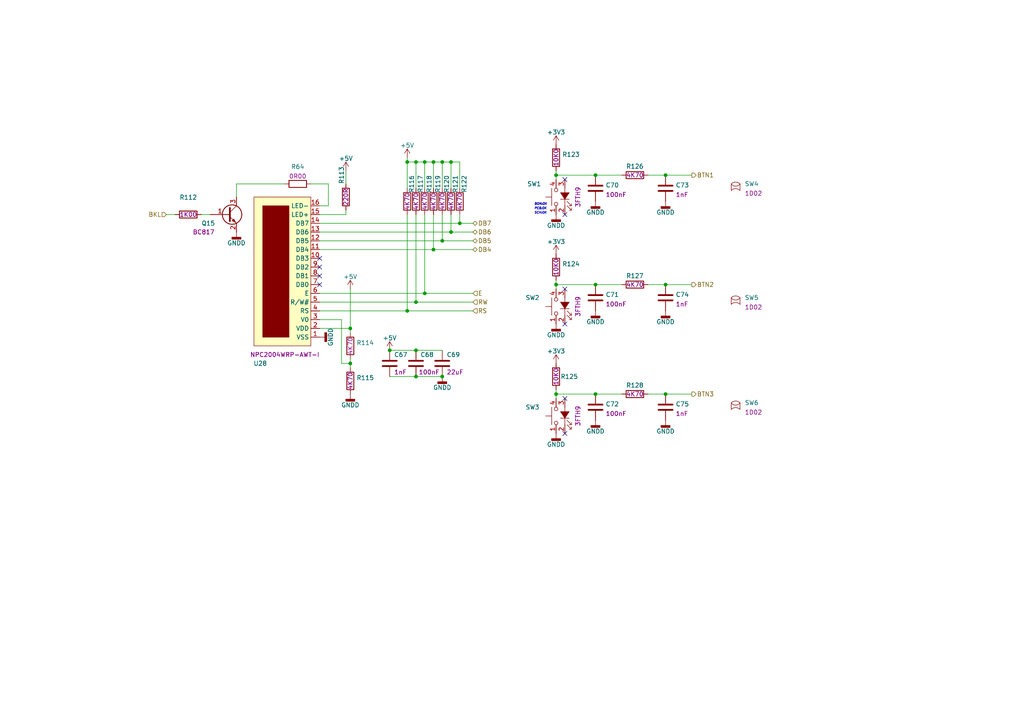
<source format=kicad_sch>
(kicad_sch (version 20211123) (generator eeschema)
  (paper "A4")
  (title_block (date "2022-03-07") (rev "V00") (company "Konvolúció Bt") (comment 1 "email: marrob50hz@gmail.com") (comment 2 "Tel: +36702776723") (comment 3 "https://github.com/marrob") (comment 4 "Support: "))
  (lib_symbols
    (symbol "CustomPowers:+3V3" (power) (pin_names (offset 0))
      (property "Value" "+3V3" (at 0 3.556 0))
      (symbol "+3V3_0_1"
        (polyline (pts (xy -0.762 1.27) (xy 0 2.54)))
        (polyline (pts (xy 0 0) (xy 0 2.54)))
        (polyline (pts (xy 0 2.54) (xy 0.762 1.27)))
      )
      (symbol "+3V3_1_1"
        (pin power_in line (at 0 0 90) (length 0) hide (name "+3V3") (number "1"))
      )
    )
    (symbol "CustomPowers:+5V" (power) (pin_names (offset 0))
      (property "Value" "+5V" (at 0 3.556 0))
      (symbol "+5V_0_1"
        (polyline (pts (xy -0.762 1.27) (xy 0 2.54)))
        (polyline (pts (xy 0 0) (xy 0 2.54)))
        (polyline (pts (xy 0 2.54) (xy 0.762 1.27)))
      )
      (symbol "+5V_1_1"
        (pin power_in line (at 0 0 90) (length 0) hide (name "+5V") (number "1"))
      )
    )
    (symbol "CustomPowers:GNDD" (power) (pin_names (offset 0))
      (property "Value" "GNDD" (at 0 -3.175 0))
      (symbol "GNDD_0_1"
        (rectangle (start -1.27 -1.524) (end 1.27 -2.032) (stroke (width 0.254)) (fill (type outline)))
        (polyline (pts (xy 0 0) (xy 0 -1.524)))
      )
      (symbol "GNDD_1_1"
        (pin power_in line (at 0 0 270) (length 0) hide (name "GNDD") (number "1"))
      )
    )
    (symbol "Moduls:Display NPC2004WRP-AWT-I"
      (property "Reference" "U" (at -19.05 12.7 0))
      (property "Comment" "NPC2004WRP-AWT-I" (at -10.16 10.16 0))
      (symbol "Display NPC2004WRP-AWT-I_0_1"
        (rectangle (start 17.78 -1.27) (end 17.78 -1.27) (stroke (width 0.1524)))
        (rectangle (start 17.78 -1.27) (end 17.78 -1.27) (stroke (width 0.1524)))
        (rectangle (start 20.32 -1.27) (end -17.78 6.35) (stroke (width 0.1524)) (fill (type outline)))
        (rectangle (start 22.86 -7.62) (end -20.32 8.89) (stroke (width 0.1524)) (fill (type background)))
      )
      (symbol "Display NPC2004WRP-AWT-I_1_1"
        (pin power_in line (at -17.78 -10.16 90) (length 2.54) (name "VSS") (number "1"))
        (pin bidirectional line (at 5.08 -10.16 90) (length 2.54) (name "DB3") (number "10"))
        (pin bidirectional line (at 7.62 -10.16 90) (length 2.54) (name "DB4") (number "11"))
        (pin bidirectional line (at 10.16 -10.16 90) (length 2.54) (name "DB5") (number "12"))
        (pin bidirectional line (at 12.7 -10.16 90) (length 2.54) (name "DB6") (number "13"))
        (pin bidirectional line (at 15.24 -10.16 90) (length 2.54) (name "DB7") (number "14"))
        (pin power_in line (at 17.78 -10.16 90) (length 2.54) (name "LED+") (number "15"))
        (pin power_in line (at 20.32 -10.16 90) (length 2.54) (name "LED-") (number "16"))
        (pin power_in line (at -15.24 -10.16 90) (length 2.54) (name "VDD") (number "2"))
        (pin passive line (at -12.7 -10.16 90) (length 2.54) (name "V0") (number "3"))
        (pin input line (at -10.16 -10.16 90) (length 2.54) (name "RS") (number "4"))
        (pin input line (at -7.62 -10.16 90) (length 2.54) (name "R/W#") (number "5"))
        (pin input line (at -5.08 -10.16 90) (length 2.54) (name "E") (number "6"))
        (pin bidirectional line (at -2.54 -10.16 90) (length 2.54) (name "DB0") (number "7"))
        (pin bidirectional line (at 0 -10.16 90) (length 2.54) (name "DB1") (number "8"))
        (pin bidirectional line (at 2.54 -10.16 90) (length 2.54) (name "DB2") (number "9"))
      )
    )
    (symbol "Passive:Capacitator 0805 100nF 50V 10% X7R" (pin_numbers hide) (pin_names (offset 1.016))
      (property "Reference" "C" (at 3.81 1.27 0))
      (property "Comment" "100nF" (at 6.35 -1.27 0))
      (symbol "Capacitator 0805 100nF 50V 10% X7R_1_1"
        (polyline (pts (xy -2.032 -0.762) (xy 2.032 -0.762)) (stroke (width 0.508)))
        (polyline (pts (xy -2.032 0.762) (xy 2.032 0.762)) (stroke (width 0.508)))
        (pin passive line (at 0 3.81 270) (length 2.794) (name "~") (number "1"))
        (pin passive line (at 0 -3.81 90) (length 2.794) (name "~") (number "2"))
      )
    )
    (symbol "Passive:Capacitator 0805 1nF 50V 5% NP0" (pin_numbers hide) (pin_names (offset 1.016) hide)
      (property "Reference" "C" (at 0 -5.08 0))
      (property "Comment" "1nF" (at 0 -10.16 0))
      (symbol "Capacitator 0805 1nF 50V 5% NP0_1_1"
        (polyline (pts (xy -2.032 -0.762) (xy 2.032 -0.762)) (stroke (width 0.508)))
        (polyline (pts (xy -2.032 0.762) (xy 2.032 0.762)) (stroke (width 0.508)))
        (pin passive line (at 0 3.81 270) (length 2.794) (name "~") (number "1"))
        (pin passive line (at 0 -3.81 90) (length 2.794) (name "~") (number "2"))
      )
    )
    (symbol "Passive:Capacitator 0805 22uF 6.3V 20% X5R" (pin_numbers hide) (pin_names (offset 1.016) hide)
      (property "Reference" "C" (at 0 0 0))
      (property "Comment" "22uF" (at 0 0 0))
      (symbol "Capacitator 0805 22uF 6.3V 20% X5R_1_1"
        (polyline (pts (xy -2.032 -0.762) (xy 2.032 -0.762)) (stroke (width 0.508)))
        (polyline (pts (xy -2.032 0.762) (xy 2.032 0.762)) (stroke (width 0.508)))
        (pin passive line (at 0 3.81 270) (length 2.794) (name "~") (number "1"))
        (pin passive line (at 0 -3.81 90) (length 2.794) (name "~") (number "2"))
      )
    )
    (symbol "Passive:Resistor 0805 0R00" (pin_numbers hide) (pin_names (offset 1.016))
      (property "Reference" "R" (at 0 -5.08 0))
      (property "Comment" "0R00" (at 0 -10.795 0))
      (symbol "Resistor 0805 0R00_1_1"
        (rectangle (start -1.016 -2.54) (end 1.016 2.54) (stroke (width 0.254)))
        (pin passive line (at 0 3.81 270) (length 1.27) (name "~") (number "1"))
        (pin passive line (at 0 -3.81 90) (length 1.27) (name "~") (number "2"))
      )
    )
    (symbol "Passive:Resistor 0805 10K0" (pin_numbers hide) (pin_names (offset 1.016))
      (property "Reference" "R" (at 0 0 0))
      (property "Comment" "10K0" (at 0 0 0))
      (symbol "Resistor 0805 10K0_1_1"
        (rectangle (start -1.016 -2.54) (end 1.016 2.54) (stroke (width 0.254)))
        (pin passive line (at 0 3.81 270) (length 1.27) (name "~") (number "1"))
        (pin passive line (at 0 -3.81 90) (length 1.27) (name "~") (number "2"))
      )
    )
    (symbol "Passive:Resistor 0805 1K00" (pin_numbers hide) (pin_names (offset 1.016))
      (property "Reference" "R" (at 0 0 0))
      (property "Comment" "1K00" (at 0 -15.24 0))
      (symbol "Resistor 0805 1K00_1_1"
        (rectangle (start -1.016 -2.54) (end 1.016 2.54) (stroke (width 0.254)))
        (pin passive line (at 0 3.81 270) (length 1.27) (name "~") (number "1"))
        (pin passive line (at 0 -3.81 90) (length 1.27) (name "~") (number "2"))
      )
    )
    (symbol "Passive:Resistor 0805 220R" (pin_numbers hide) (pin_names (offset 1.016))
      (property "Reference" "R" (at 0 0 0))
      (property "Comment" "220R" (at 0 0 0))
      (symbol "Resistor 0805 220R_1_1"
        (rectangle (start -1.016 -2.54) (end 1.016 2.54) (stroke (width 0.254)))
        (pin passive line (at 0 3.81 270) (length 1.27) (name "~") (number "1"))
        (pin passive line (at 0 -3.81 90) (length 1.27) (name "~") (number "2"))
      )
    )
    (symbol "Passive:Resistor 0805 4K70" (pin_numbers hide) (pin_names (offset 1.016) hide)
      (property "Reference" "R" (at 0 0 0))
      (property "Comment" "4K70" (at 0 -22.86 0))
      (symbol "Resistor 0805 4K70_1_1"
        (rectangle (start -1.016 -2.54) (end 1.016 2.54) (stroke (width 0.254)))
        (pin passive line (at 0 3.81 270) (length 1.27) (name "~") (number "1"))
        (pin passive line (at 0 -3.81 90) (length 1.27) (name "~") (number "2"))
      )
    )
    (symbol "Switches:MEC 1D02" (pin_numbers hide) (pin_names (offset 1.016) hide) (on_board no)
      (property "Reference" "SW" (at -1.27 3.175 0))
      (property "Comment" "1D02" (at 0 -3.81 0))
      (symbol "MEC 1D02_0_1"
        (arc (start -1.27 1.27) (mid 0 -1.1809) (end 1.27 1.27) (stroke (width 0.1524)))
        (polyline (pts (xy -1.27 1.27) (xy -1.27 -0.635)) (stroke (width 0.1524)))
        (polyline (pts (xy 1.27 1.27) (xy 1.27 -0.635)) (stroke (width 0.1524)))
        (arc (start 1.27 -0.6351) (mid 0 2.4311) (end -1.27 -0.6351) (stroke (width 0.1524)))
        (arc (start 1.27 1.27) (mid 0 4.3362) (end -1.27 1.27) (stroke (width 0.1524)))
        (arc (start 1.905 1.27) (mid 1.905 1.27) (end 1.905 1.27) (stroke (width 0.1524)))
      )
    )
    (symbol "Switches:MEC 3FTH9" (pin_names (offset 1.016) hide)
      (property "Reference" "SW" (at 0.635 5.715 0))
      (property "Comment" "3FTH9" (at 0 -3.81 0))
      (symbol "MEC 3FTH9_0_0"
        (polyline (pts (xy -3.81 -1.905) (xy -2.54 -0.635)))
        (polyline (pts (xy -2.54 -1.905) (xy -1.27 -0.635)))
        (polyline (pts (xy -2.54 0) (xy 2.54 0)))
        (polyline (pts (xy -0.635 1.27) (xy -0.635 -1.27)))
        (polyline (pts (xy -3.81 -1.27) (xy -3.81 -1.905) (xy -3.175 -1.905)))
        (polyline (pts (xy -2.54 -1.27) (xy -2.54 -1.905) (xy -1.905 -1.905)))
        (polyline (pts (xy -0.635 0) (xy 1.27 1.27) (xy 1.27 -1.27) (xy -0.635 0)) (fill (type outline)))
      )
      (symbol "MEC 3FTH9_0_1"
        (circle (center -2.032 2.54) (radius 0.508))
        (polyline (pts (xy 0 3.81) (xy 0 5.588)))
        (polyline (pts (xy 2.54 3.81) (xy -2.54 3.81)))
        (circle (center 2.032 2.54) (radius 0.508))
        (pin passive line (at -5.08 2.54 0) (length 2.54) (name "1") (number "1"))
        (pin passive line (at -5.08 0 0) (length 2.54) (name "2") (number "2"))
        (pin passive line (at 5.08 0 180) (length 2.54) (name "K") (number "3"))
        (pin passive line (at 5.08 2.54 180) (length 2.54) (name "A") (number "4"))
      )
    )
    (symbol "Transistors:BC817" (pin_names (offset 0) hide)
      (property "Reference" "Q" (at 0 -6.35 0))
      (property "Comment" "BC817" (at 1.27 -8.255 0))
      (symbol "BC817_0_1"
        (polyline (pts (xy 0.635 0.635) (xy 2.54 2.54)))
        (polyline (pts (xy 0.635 -0.635) (xy 2.54 -2.54) (xy 2.54 -2.54)))
        (polyline (pts (xy 0.635 1.905) (xy 0.635 -1.905) (xy 0.635 -1.905)) (stroke (width 0.508)))
        (polyline (pts (xy 1.27 -1.778) (xy 1.778 -1.27) (xy 2.286 -2.286) (xy 1.27 -1.778) (xy 1.27 -1.778)) (fill (type outline)))
        (circle (center 1.27 0) (radius 2.8194) (stroke (width 0.254)))
      )
      (symbol "BC817_1_1"
        (pin input line (at -5.08 0 0) (length 5.715) (name "B") (number "1"))
        (pin passive line (at 2.54 -5.08 90) (length 2.54) (name "E") (number "2"))
        (pin passive line (at 2.54 5.08 270) (length 2.54) (name "C") (number "3"))
      )
    )
  )
  (junction (at 120.65 109.22))
  (junction (at 101.6 105.41))
  (junction (at 172.72 50.8))
  (junction (at 193.04 114.3))
  (junction (at 118.11 46.99))
  (junction (at 120.65 87.63))
  (junction (at 161.29 82.55))
  (junction (at 130.81 46.99))
  (junction (at 172.72 114.3))
  (junction (at 161.29 50.8))
  (junction (at 120.65 101.6))
  (junction (at 118.11 90.17))
  (junction (at 123.19 85.09))
  (junction (at 128.27 46.99))
  (junction (at 172.72 82.55))
  (junction (at 193.04 82.55))
  (junction (at 128.27 69.85))
  (junction (at 101.6 95.25))
  (junction (at 120.65 46.99))
  (junction (at 161.29 114.3))
  (junction (at 128.27 109.22))
  (junction (at 133.35 64.77))
  (junction (at 130.81 67.31))
  (junction (at 123.19 46.99))
  (junction (at 193.04 50.8))
  (junction (at 125.73 72.39))
  (junction (at 125.73 46.99))
  (junction (at 113.03 101.6))
  (no_connect (at 92.71 80.01))
  (no_connect (at 92.71 77.47))
  (no_connect (at 92.71 74.93))
  (no_connect (at 92.71 82.55))
  (no_connect (at 163.83 62.23))
  (no_connect (at 163.83 52.07))
  (no_connect (at 163.83 93.98))
  (no_connect (at 163.83 83.82))
  (no_connect (at 163.83 115.57))
  (no_connect (at 163.83 125.73))
  (wire (pts (xy 100.33 62.23) (xy 100.33 60.96)))
  (wire (pts (xy 101.6 105.41) (xy 101.6 106.68)))
  (wire (pts (xy 120.65 62.23) (xy 120.65 87.63)))
  (wire (pts (xy 193.04 50.8) (xy 200.66 50.8)))
  (wire (pts (xy 130.81 67.31) (xy 137.16 67.31)))
  (wire (pts (xy 92.71 62.23) (xy 100.33 62.23)))
  (wire (pts (xy 118.11 46.99) (xy 118.11 54.61)))
  (wire (pts (xy 128.27 46.99) (xy 125.73 46.99)))
  (wire (pts (xy 161.29 82.55) (xy 161.29 83.82)))
  (wire (pts (xy 118.11 45.72) (xy 118.11 46.99)))
  (wire (pts (xy 187.96 114.3) (xy 193.04 114.3)))
  (wire (pts (xy 118.11 90.17) (xy 137.16 90.17)))
  (wire (pts (xy 120.65 46.99) (xy 120.65 54.61)))
  (wire (pts (xy 125.73 46.99) (xy 125.73 54.61)))
  (wire (pts (xy 161.29 49.53) (xy 161.29 50.8)))
  (wire (pts (xy 95.25 59.69) (xy 95.25 53.34)))
  (wire (pts (xy 130.81 46.99) (xy 130.81 54.61)))
  (wire (pts (xy 92.71 92.71) (xy 99.06 92.71)))
  (wire (pts (xy 92.71 87.63) (xy 120.65 87.63)))
  (wire (pts (xy 130.81 62.23) (xy 130.81 67.31)))
  (wire (pts (xy 125.73 46.99) (xy 123.19 46.99)))
  (wire (pts (xy 120.65 101.6) (xy 128.27 101.6)))
  (wire (pts (xy 133.35 62.23) (xy 133.35 64.77)))
  (wire (pts (xy 99.06 105.41) (xy 101.6 105.41)))
  (wire (pts (xy 92.71 69.85) (xy 128.27 69.85)))
  (wire (pts (xy 113.03 109.22) (xy 120.65 109.22)))
  (wire (pts (xy 113.03 101.6) (xy 120.65 101.6)))
  (wire (pts (xy 101.6 105.41) (xy 101.6 104.14)))
  (wire (pts (xy 187.96 50.8) (xy 193.04 50.8)))
  (wire (pts (xy 123.19 62.23) (xy 123.19 85.09)))
  (wire (pts (xy 95.25 53.34) (xy 90.17 53.34)))
  (wire (pts (xy 123.19 85.09) (xy 137.16 85.09)))
  (wire (pts (xy 161.29 82.55) (xy 172.72 82.55)))
  (wire (pts (xy 100.33 49.53) (xy 100.33 53.34)))
  (wire (pts (xy 120.65 109.22) (xy 128.27 109.22)))
  (wire (pts (xy 92.71 64.77) (xy 133.35 64.77)))
  (wire (pts (xy 161.29 50.8) (xy 161.29 52.07)))
  (wire (pts (xy 130.81 46.99) (xy 128.27 46.99)))
  (wire (pts (xy 161.29 114.3) (xy 172.72 114.3)))
  (wire (pts (xy 101.6 95.25) (xy 101.6 83.82)))
  (wire (pts (xy 118.11 62.23) (xy 118.11 90.17)))
  (wire (pts (xy 123.19 46.99) (xy 120.65 46.99)))
  (wire (pts (xy 123.19 46.99) (xy 123.19 54.61)))
  (wire (pts (xy 120.65 46.99) (xy 118.11 46.99)))
  (wire (pts (xy 48.26 62.23) (xy 50.8 62.23)))
  (wire (pts (xy 161.29 114.3) (xy 161.29 115.57)))
  (wire (pts (xy 68.58 53.34) (xy 68.58 57.15)))
  (wire (pts (xy 133.35 46.99) (xy 133.35 54.61)))
  (wire (pts (xy 133.35 64.77) (xy 137.16 64.77)))
  (wire (pts (xy 161.29 50.8) (xy 172.72 50.8)))
  (wire (pts (xy 128.27 46.99) (xy 128.27 54.61)))
  (wire (pts (xy 92.71 59.69) (xy 95.25 59.69)))
  (wire (pts (xy 128.27 62.23) (xy 128.27 69.85)))
  (wire (pts (xy 193.04 82.55) (xy 200.66 82.55)))
  (wire (pts (xy 187.96 82.55) (xy 193.04 82.55)))
  (wire (pts (xy 172.72 114.3) (xy 180.34 114.3)))
  (wire (pts (xy 99.06 92.71) (xy 99.06 105.41)))
  (wire (pts (xy 125.73 62.23) (xy 125.73 72.39)))
  (wire (pts (xy 172.72 82.55) (xy 180.34 82.55)))
  (wire (pts (xy 161.29 113.03) (xy 161.29 114.3)))
  (wire (pts (xy 92.71 67.31) (xy 130.81 67.31)))
  (wire (pts (xy 82.55 53.34) (xy 68.58 53.34)))
  (wire (pts (xy 92.71 72.39) (xy 125.73 72.39)))
  (wire (pts (xy 125.73 72.39) (xy 137.16 72.39)))
  (wire (pts (xy 101.6 95.25) (xy 101.6 96.52)))
  (wire (pts (xy 133.35 46.99) (xy 130.81 46.99)))
  (wire (pts (xy 128.27 69.85) (xy 137.16 69.85)))
  (wire (pts (xy 92.71 90.17) (xy 118.11 90.17)))
  (wire (pts (xy 58.42 62.23) (xy 60.96 62.23)))
  (wire (pts (xy 120.65 87.63) (xy 137.16 87.63)))
  (wire (pts (xy 92.71 85.09) (xy 123.19 85.09)))
  (wire (pts (xy 193.04 114.3) (xy 200.66 114.3)))
  (wire (pts (xy 92.71 95.25) (xy 101.6 95.25)))
  (wire (pts (xy 161.29 81.28) (xy 161.29 82.55)))
  (wire (pts (xy 172.72 50.8) (xy 180.34 50.8)))
  (text "PCB:OK" (at 154.94 60.96 0) (effects (font (size 0.635 0.635) italic) (justify left bottom)))
  (text "SCH:OK" (at 154.94 62.23 0) (effects (font (size 0.635 0.635) italic) (justify left bottom)))
  (text "BOM:OK" (at 154.94 59.69 0) (effects (font (size 0.635 0.635) italic) (justify left bottom)))
  (hierarchical_label "DB7" (shape bidirectional) (at 137.16 64.77 0))
  (hierarchical_label "BTN1" (shape output) (at 200.66 50.8 0))
  (hierarchical_label "E" (shape input) (at 137.16 85.09 0))
  (hierarchical_label "BKL" (shape input) (at 48.26 62.23 180))
  (hierarchical_label "DB6" (shape bidirectional) (at 137.16 67.31 0))
  (hierarchical_label "BTN2" (shape output) (at 200.66 82.55 0))
  (hierarchical_label "DB5" (shape bidirectional) (at 137.16 69.85 0))
  (hierarchical_label "RS" (shape input) (at 137.16 90.17 0))
  (hierarchical_label "DB4" (shape bidirectional) (at 137.16 72.39 0))
  (hierarchical_label "RW" (shape input) (at 137.16 87.63 0))
  (hierarchical_label "BTN3" (shape output) (at 200.66 114.3 0))
  (symbol (lib_id "Passive:Capacitator 0805 1nF 50V 5% NP0") (at 193.04 86.36 0) (unit 1)
    (property "Reference" "C74" (at 195.961 85.4515 0) (effects (justify left)))
    (property "Value" "Capacitator 0805 1nF 50V 5% NP0" (effects hide))
    (property "Footprint" "Passive:C0805" (effects hide))
    (property "Comment" "1nF" (at 195.961 88.2266 0) (effects (justify left)))
    (property "Manufacturer" "WALSIN;" (effects hide))
    (property "ManufacturerPartNo" "0805N102J500CT" (effects hide))
    (property "Supplier" "LOM-82-11-37;" (effects hide))
  )
  (symbol (lib_id "CustomPowers:GNDD") (at 92.71 97.79 90) (unit 1)
    (property "Reference" "#PWR0192" (effects hide))
    (property "Value" "GNDD" (at 95.885 97.79 0))
  )
  (symbol (lib_id "Switches:MEC 1D02") (at 213.36 87.63 0) (unit 1) (on_board no)
    (property "Reference" "SW5" (at 215.9762 86.338 0) (effects (justify left)))
    (property "Value" "MEC 1D02" (effects hide))
    (property "Datasheet" "${KNV_DATASHEET}\\MEC 3FTH9.pdf" (effects hide))
    (property "Comment" "1D02" (at 215.9762 89.1131 0) (effects (justify left)))
    (property "Manufacturer" "MEC" (effects hide))
    (property "ManufacturerPartNo" "1D02" (effects hide))
    (property "Supplier" "TME-MEC1D02" (effects hide))
  )
  (symbol (lib_id "Passive:Resistor 0805 4K70") (at 118.11 58.42 0) (unit 1)
    (property "Reference" "R116" (at 119.38 53.34 90))
    (property "Value" "Resistor 0805 4K70" (effects hide))
    (property "Footprint" "Passive:R0805" (effects hide))
    (property "Comment" "4K70" (at 118.11 58.42 90))
    (property "Manufacturer" "VIKING" (effects hide))
    (property "ManufacturerPartNo" "CR-05FL7---4K7 0.125W" (effects hide))
    (property "Supplier" "LOM-80-10-94" (effects hide))
  )
  (symbol (lib_id "CustomPowers:GNDD") (at 161.29 62.23 0) (unit 1)
    (property "Reference" "#PWR0200" (effects hide))
    (property "Value" "GNDD" (at 161.29 65.405 0))
  )
  (symbol (lib_id "Passive:Resistor 0805 4K70") (at 120.65 58.42 0) (unit 1)
    (property "Reference" "R117" (at 121.92 53.34 90))
    (property "Value" "Resistor 0805 4K70" (effects hide))
    (property "Footprint" "Passive:R0805" (effects hide))
    (property "Comment" "4K70" (at 120.65 58.42 90))
    (property "Manufacturer" "VIKING" (effects hide))
    (property "ManufacturerPartNo" "CR-05FL7---4K7 0.125W" (effects hide))
    (property "Supplier" "LOM-80-10-94" (effects hide))
  )
  (symbol (lib_id "CustomPowers:GNDD") (at 193.04 121.92 0) (unit 1)
    (property "Reference" "#PWR0210" (effects hide))
    (property "Value" "GNDD" (at 193.04 125.095 0))
  )
  (symbol (lib_id "CustomPowers:GNDD") (at 172.72 90.17 0) (unit 1)
    (property "Reference" "#PWR0206" (effects hide))
    (property "Value" "GNDD" (at 172.72 93.345 0))
  )
  (symbol (lib_id "Passive:Resistor 0805 1K00") (at 54.61 62.23 270) (unit 1)
    (property "Reference" "R112" (at 54.61 57.2475 90))
    (property "Value" "Resistor 0805 1K00" (effects hide))
    (property "Footprint" "Passive:R0805" (effects hide))
    (property "Comment" "1K00" (at 54.61 62.23 90))
    (property "Manufacturer" "VIKING" (effects hide))
    (property "ManufacturerPartNo" "RC0805FR-101KL;" (effects hide))
    (property "Supplier" "LOM-80-52-91;" (effects hide))
  )
  (symbol (lib_id "Passive:Capacitator 0805 1nF 50V 5% NP0") (at 193.04 118.11 0) (unit 1)
    (property "Reference" "C75" (at 195.961 117.2015 0) (effects (justify left)))
    (property "Value" "Capacitator 0805 1nF 50V 5% NP0" (effects hide))
    (property "Footprint" "Passive:C0805" (effects hide))
    (property "Comment" "1nF" (at 195.961 119.9766 0) (effects (justify left)))
    (property "Manufacturer" "WALSIN;" (effects hide))
    (property "ManufacturerPartNo" "0805N102J500CT" (effects hide))
    (property "Supplier" "LOM-82-11-37;" (effects hide))
  )
  (symbol (lib_id "Passive:Resistor 0805 4K70") (at 101.6 110.49 0) (unit 1)
    (property "Reference" "R115" (at 103.378 109.5815 0) (effects (justify left)))
    (property "Value" "Resistor 0805 4K70" (effects hide))
    (property "Footprint" "Passive:R0805" (effects hide))
    (property "Comment" "4K70" (at 101.6 113.03 90) (effects (justify left)))
    (property "Manufacturer" "VIKING" (effects hide))
    (property "ManufacturerPartNo" "CR-05FL7---4K7 0.125W" (effects hide))
    (property "Supplier" "LOM-80-10-94" (effects hide))
  )
  (symbol (lib_id "Passive:Resistor 0805 4K70") (at 184.15 114.3 90) (unit 1)
    (property "Reference" "R128" (at 184.15 111.76 90))
    (property "Value" "Resistor 0805 4K70" (effects hide))
    (property "Footprint" "Passive:R0805" (effects hide))
    (property "Comment" "4K70" (at 184.15 114.3 90))
    (property "Manufacturer" "VIKING" (effects hide))
    (property "ManufacturerPartNo" "CR-05FL7---4K7 0.125W" (effects hide))
    (property "Supplier" "LOM-80-10-94" (effects hide))
  )
  (symbol (lib_id "CustomPowers:GNDD") (at 172.72 121.92 0) (unit 1)
    (property "Reference" "#PWR0207" (effects hide))
    (property "Value" "GNDD" (at 172.72 125.095 0))
  )
  (symbol (lib_id "Passive:Resistor 0805 4K70") (at 125.73 58.42 0) (unit 1)
    (property "Reference" "R119" (at 127 53.34 90))
    (property "Value" "Resistor 0805 4K70" (effects hide))
    (property "Footprint" "Passive:R0805" (effects hide))
    (property "Comment" "4K70" (at 125.73 58.42 90))
    (property "Manufacturer" "VIKING" (effects hide))
    (property "ManufacturerPartNo" "CR-05FL7---4K7 0.125W" (effects hide))
    (property "Supplier" "LOM-80-10-94" (effects hide))
  )
  (symbol (lib_id "Passive:Resistor 0805 10K0") (at 161.29 109.22 0) (unit 1)
    (property "Reference" "R125" (at 162.56 109.22 0) (effects (justify left)))
    (property "Value" "Resistor 0805 10K0" (effects hide))
    (property "Footprint" "Passive:R0805" (effects hide))
    (property "Comment" "10K0" (at 161.29 111.76 90) (effects (justify left)))
    (property "Manufacturer" "Walsin" (effects hide))
    (property "ManufacturerPartNo" "WR08X471JTL" (effects hide))
    (property "Supplier" "LOM-80-10-98;" (effects hide))
  )
  (symbol (lib_id "Passive:Resistor 0805 4K70") (at 184.15 50.8 90) (unit 1)
    (property "Reference" "R126" (at 184.15 48.26 90))
    (property "Value" "Resistor 0805 4K70" (effects hide))
    (property "Footprint" "Passive:R0805" (effects hide))
    (property "Comment" "4K70" (at 184.15 50.8 90))
    (property "Manufacturer" "VIKING" (effects hide))
    (property "ManufacturerPartNo" "CR-05FL7---4K7 0.125W" (effects hide))
    (property "Supplier" "LOM-80-10-94" (effects hide))
  )
  (symbol (lib_id "CustomPowers:GNDD") (at 193.04 90.17 0) (unit 1)
    (property "Reference" "#PWR0209" (effects hide))
    (property "Value" "GNDD" (at 193.04 93.345 0))
  )
  (symbol (lib_id "Passive:Resistor 0805 0R00") (at 86.36 53.34 90) (unit 1)
    (property "Reference" "R64" (at 86.36 48.3575 90))
    (property "Value" "Resistor 0805 0R00" (effects hide))
    (property "Footprint" "Passive:R0805" (effects hide))
    (property "Comment" "0R00" (at 86.36 51.1326 90))
    (property "Manufacturer" "VIKING" (effects hide))
    (property "ManufacturerPartNo" "CR-05JL7----0R 0.125W" (effects hide))
    (property "Supplier" "LOM-81-10-02;" (effects hide))
  )
  (symbol (lib_id "Passive:Resistor 0805 220R") (at 100.33 57.15 180) (unit 1)
    (property "Reference" "R113" (at 99.06 50.8 90))
    (property "Value" "Resistor 0805 220R" (effects hide))
    (property "Footprint" "Passive:R0805" (effects hide))
    (property "Comment" "220R" (at 100.33 57.15 90))
    (property "Manufacturer" "Viking Tech Corp." (effects hide))
    (property "ManufacturerPartNo" "CR-05FL7--220R 0.125W " (effects hide))
    (property "Supplier" "LOM-80-10-78;" (effects hide))
  )
  (symbol (lib_id "Passive:Capacitator 0805 100nF 50V 10% X7R") (at 172.72 118.11 0) (unit 1)
    (property "Reference" "C72" (at 175.641 117.2015 0) (effects (justify left)))
    (property "Value" "Capacitator 0805 100nF 50V 10% X7R" (effects hide))
    (property "Footprint" "Passive:C0805" (effects hide))
    (property "Comment" "100nF" (at 175.641 119.9766 0) (effects (justify left)))
    (property "Manufacturer" "YAGEO" (effects hide))
    (property "ManufacturerPartNo" "CC0805KRX7R9BB104" (effects hide))
    (property "Supplier" "FAR-3019949;LOM-82-01-25" (effects hide))
  )
  (symbol (lib_id "Passive:Resistor 0805 10K0") (at 161.29 45.72 0) (unit 1)
    (property "Reference" "R123" (at 163.068 44.8115 0) (effects (justify left)))
    (property "Value" "Resistor 0805 10K0" (effects hide))
    (property "Footprint" "Passive:R0805" (effects hide))
    (property "Comment" "10K0" (at 161.29 48.26 90) (effects (justify left)))
    (property "Manufacturer" "Walsin" (effects hide))
    (property "ManufacturerPartNo" "WR08X471JTL" (effects hide))
    (property "Supplier" "LOM-80-10-98;" (effects hide))
  )
  (symbol (lib_id "Passive:Resistor 0805 4K70") (at 123.19 58.42 0) (unit 1)
    (property "Reference" "R118" (at 124.46 53.34 90))
    (property "Value" "Resistor 0805 4K70" (effects hide))
    (property "Footprint" "Passive:R0805" (effects hide))
    (property "Comment" "4K70" (at 123.19 58.42 90))
    (property "Manufacturer" "VIKING" (effects hide))
    (property "ManufacturerPartNo" "CR-05FL7---4K7 0.125W" (effects hide))
    (property "Supplier" "LOM-80-10-94" (effects hide))
  )
  (symbol (lib_id "CustomPowers:GNDD") (at 161.29 125.73 0) (unit 1)
    (property "Reference" "#PWR0204" (effects hide))
    (property "Value" "GNDD" (at 161.29 128.905 0))
  )
  (symbol (lib_id "Passive:Resistor 0805 4K70") (at 133.35 58.42 0) (unit 1)
    (property "Reference" "R122" (at 134.62 53.34 90))
    (property "Value" "Resistor 0805 4K70" (effects hide))
    (property "Footprint" "Passive:R0805" (effects hide))
    (property "Comment" "4K70" (at 133.35 58.42 90))
    (property "Manufacturer" "VIKING" (effects hide))
    (property "ManufacturerPartNo" "CR-05FL7---4K7 0.125W" (effects hide))
    (property "Supplier" "LOM-80-10-94" (effects hide))
  )
  (symbol (lib_id "CustomPowers:GNDD") (at 172.72 58.42 0) (unit 1)
    (property "Reference" "#PWR0205" (effects hide))
    (property "Value" "GNDD" (at 172.72 61.595 0))
  )
  (symbol (lib_id "Passive:Resistor 0805 10K0") (at 161.29 77.47 0) (unit 1)
    (property "Reference" "R124" (at 163.068 76.5615 0) (effects (justify left)))
    (property "Value" "Resistor 0805 10K0" (effects hide))
    (property "Footprint" "Passive:R0805" (effects hide))
    (property "Comment" "10K0" (at 161.29 80.01 90) (effects (justify left)))
    (property "Manufacturer" "Walsin" (effects hide))
    (property "ManufacturerPartNo" "WR08X471JTL" (effects hide))
    (property "Supplier" "LOM-80-10-98;" (effects hide))
  )
  (symbol (lib_id "Switches:MEC 3FTH9") (at 163.83 57.15 90) (unit 1)
    (property "Reference" "SW1" (at 154.94 53.34 90))
    (property "Value" "MEC 3FTH9" (effects hide))
    (property "Footprint" "Passive:MEC 3FT-1D03" (effects hide))
    (property "Datasheet" "${KNV_DATASHEET}\\MEC 3FTH9.pdf" (effects hide))
    (property "Comment" "3FTH9" (at 167.64 57.15 0))
    (property "Manufacturer" "MEC" (effects hide))
    (property "ManufacturerPartNo" "3FTH9" (effects hide))
    (property "Supplier" "TME-MEC3FTH9; FAR- 3217151; MOU-642-3FTH9;" (effects hide))
  )
  (symbol (lib_id "Switches:MEC 1D02") (at 213.36 54.61 0) (unit 1) (on_board no)
    (property "Reference" "SW4" (at 215.9762 53.318 0) (effects (justify left)))
    (property "Value" "MEC 1D02" (effects hide))
    (property "Datasheet" "${KNV_DATASHEET}\\MEC 3FTH9.pdf" (effects hide))
    (property "Comment" "1D02" (at 215.9762 56.0931 0) (effects (justify left)))
    (property "Manufacturer" "MEC" (effects hide))
    (property "ManufacturerPartNo" "1D02" (effects hide))
    (property "Supplier" "TME-MEC1D02" (effects hide))
  )
  (symbol (lib_id "CustomPowers:+5V") (at 113.03 101.6 0) (unit 1)
    (property "Reference" "#PWR0196" (effects hide))
    (property "Value" "+5V" (at 113.03 98.044 0))
  )
  (symbol (lib_id "Switches:MEC 1D02") (at 213.36 118.11 0) (unit 1) (on_board no)
    (property "Reference" "SW6" (at 215.9762 116.818 0) (effects (justify left)))
    (property "Value" "MEC 1D02" (effects hide))
    (property "Datasheet" "${KNV_DATASHEET}\\MEC 3FTH9.pdf" (effects hide))
    (property "Comment" "1D02" (at 215.9762 119.5931 0) (effects (justify left)))
    (property "Manufacturer" "MEC" (effects hide))
    (property "ManufacturerPartNo" "1D02" (effects hide))
    (property "Supplier" "TME-MEC1D02" (effects hide))
  )
  (symbol (lib_id "CustomPowers:GNDD") (at 161.29 93.98 0) (unit 1)
    (property "Reference" "#PWR0202" (effects hide))
    (property "Value" "GNDD" (at 161.29 97.155 0))
  )
  (symbol (lib_id "CustomPowers:GNDD") (at 193.04 58.42 0) (unit 1)
    (property "Reference" "#PWR0208" (effects hide))
    (property "Value" "GNDD" (at 193.04 61.595 0))
  )
  (symbol (lib_id "Passive:Capacitator 0805 100nF 50V 10% X7R") (at 172.72 54.61 0) (unit 1)
    (property "Reference" "C70" (at 175.641 53.7015 0) (effects (justify left)))
    (property "Value" "Capacitator 0805 100nF 50V 10% X7R" (effects hide))
    (property "Footprint" "Passive:C0805" (effects hide))
    (property "Comment" "100nF" (at 175.641 56.4766 0) (effects (justify left)))
    (property "Manufacturer" "YAGEO" (effects hide))
    (property "ManufacturerPartNo" "CC0805KRX7R9BB104" (effects hide))
    (property "Supplier" "FAR-3019949;LOM-82-01-25" (effects hide))
  )
  (symbol (lib_id "Passive:Capacitator 0805 100nF 50V 10% X7R") (at 120.65 105.41 0) (unit 1)
    (property "Reference" "C68" (at 121.92 102.87 0) (effects (justify left)))
    (property "Value" "Capacitator 0805 100nF 50V 10% X7R" (effects hide))
    (property "Footprint" "Passive:C0805" (effects hide))
    (property "Comment" "100nF" (at 124.46 107.95 0))
    (property "Manufacturer" "YAGEO" (effects hide))
    (property "ManufacturerPartNo" "CC0805KRX7R9BB104" (effects hide))
    (property "Supplier" "FAR-3019949;LOM-82-01-25" (effects hide))
  )
  (symbol (lib_id "CustomPowers:+3V3") (at 161.29 41.91 0) (unit 1)
    (property "Reference" "#PWR0199" (effects hide))
    (property "Value" "+3V3" (at 161.29 38.354 0))
  )
  (symbol (lib_id "CustomPowers:+3V3") (at 161.29 105.41 0) (unit 1)
    (property "Reference" "#PWR0203" (effects hide))
    (property "Value" "+3V3" (at 161.29 101.854 0))
  )
  (symbol (lib_id "Passive:Capacitator 0805 1nF 50V 5% NP0") (at 193.04 54.61 0) (unit 1)
    (property "Reference" "C73" (at 195.961 53.7015 0) (effects (justify left)))
    (property "Value" "Capacitator 0805 1nF 50V 5% NP0" (effects hide))
    (property "Footprint" "Passive:C0805" (effects hide))
    (property "Comment" "1nF" (at 195.961 56.4766 0) (effects (justify left)))
    (property "Manufacturer" "WALSIN;" (effects hide))
    (property "ManufacturerPartNo" "0805N102J500CT" (effects hide))
    (property "Supplier" "LOM-82-11-37;" (effects hide))
  )
  (symbol (lib_id "Transistors:BC817") (at 66.04 62.23 0) (unit 1)
    (property "Reference" "Q15" (at 58.42 64.77 0) (effects (justify left)))
    (property "Value" "BC817" (effects hide))
    (property "Footprint" "Semiconductor:SOT-23" (effects hide))
    (property "Datasheet" "${KNV_DATASHEET}\\BC817.pdf" (effects hide))
    (property "Comment" "BC817" (at 55.88 67.31 0) (effects (justify left)))
    (property "Manufacturer" "ON Semiconductor" (effects hide))
    (property "ManufacturerPartNo" "BC817-25LT1G" (effects hide))
    (property "Supplier" "LOM-86-01-90;FAR-1130682;RSC-748-4997;TME-BC817-25LT1G" (effects hide))
  )
  (symbol (lib_id "Moduls:Display NPC2004WRP-AWT-I") (at 82.55 80.01 90) (unit 1)
    (property "Reference" "U28" (at 77.47 105.41 90) (effects (justify left)))
    (property "Value" "Display NPC2004WRP-AWT-I" (effects hide))
    (property "Footprint" "Others:POWERTIP NPC2004" (effects hide))
    (property "Datasheet" "${KNV_DATASHEET}\\NPC2004WRP-AWT-I.pdf" (effects hide))
    (property "Comment" "NPC2004WRP-AWT-I" (at 92.71 102.87 90) (effects (justify left)))
    (property "Manufacturer" "POWERTIP;" (effects hide))
    (property "ManufacturerPartNo" "NPC2004WRP-AWT-I;" (effects hide))
    (property "Supplier" "TME-NPC2004WRP-AWT-I;CHP-ERM2004FS-1 _5V; ERM2004SYG-1" (effects hide))
  )
  (symbol (lib_id "CustomPowers:+3V3") (at 161.29 73.66 0) (unit 1)
    (property "Reference" "#PWR0201" (effects hide))
    (property "Value" "+3V3" (at 161.29 70.104 0))
  )
  (symbol (lib_id "CustomPowers:GNDD") (at 68.58 67.31 0) (unit 1)
    (property "Reference" "#PWR0191" (effects hide))
    (property "Value" "GNDD" (at 68.58 70.485 0))
  )
  (symbol (lib_id "CustomPowers:+5V") (at 100.33 49.53 0) (unit 1)
    (property "Reference" "#PWR0193" (effects hide))
    (property "Value" "+5V" (at 100.33 45.974 0))
  )
  (symbol (lib_id "Passive:Resistor 0805 4K70") (at 101.6 100.33 0) (unit 1)
    (property "Reference" "R114" (at 103.378 99.4215 0) (effects (justify left)))
    (property "Value" "Resistor 0805 4K70" (effects hide))
    (property "Footprint" "Passive:R0805" (effects hide))
    (property "Comment" "4K70" (at 101.6 102.87 90) (effects (justify left)))
    (property "Manufacturer" "VIKING" (effects hide))
    (property "ManufacturerPartNo" "CR-05FL7---4K7 0.125W" (effects hide))
    (property "Supplier" "LOM-80-10-94" (effects hide))
  )
  (symbol (lib_id "CustomPowers:+5V") (at 118.11 45.72 0) (unit 1)
    (property "Reference" "#PWR0197" (effects hide))
    (property "Value" "+5V" (at 118.11 42.164 0))
  )
  (symbol (lib_id "Passive:Capacitator 0805 100nF 50V 10% X7R") (at 172.72 86.36 0) (unit 1)
    (property "Reference" "C71" (at 175.641 85.4515 0) (effects (justify left)))
    (property "Value" "Capacitator 0805 100nF 50V 10% X7R" (effects hide))
    (property "Footprint" "Passive:C0805" (effects hide))
    (property "Comment" "100nF" (at 175.641 88.2266 0) (effects (justify left)))
    (property "Manufacturer" "YAGEO" (effects hide))
    (property "ManufacturerPartNo" "CC0805KRX7R9BB104" (effects hide))
    (property "Supplier" "FAR-3019949;LOM-82-01-25" (effects hide))
  )
  (symbol (lib_id "Switches:MEC 3FTH9") (at 163.83 120.65 90) (unit 1)
    (property "Reference" "SW3" (at 152.4 118.11 90) (effects (justify right)))
    (property "Value" "MEC 3FTH9" (effects hide))
    (property "Footprint" "Passive:MEC 3FT-1D03" (effects hide))
    (property "Datasheet" "${KNV_DATASHEET}\\MEC 3FTH9.pdf" (effects hide))
    (property "Comment" "3FTH9" (at 167.64 120.65 0))
    (property "Manufacturer" "MEC" (effects hide))
    (property "ManufacturerPartNo" "3FTH9" (effects hide))
    (property "Supplier" "TME-MEC3FTH9; FAR- 3217151; MOU-642-3FTH9;" (effects hide))
  )
  (symbol (lib_id "Passive:Capacitator 0805 22uF 6.3V 20% X5R") (at 128.27 105.41 0) (unit 1)
    (property "Reference" "C69" (at 129.54 102.87 0) (effects (justify left)))
    (property "Value" "Capacitator 0805 22uF 6.3V 20% X5R" (effects hide))
    (property "Footprint" "Passive:C0805" (effects hide))
    (property "Comment" "22uF" (at 129.54 107.95 0) (effects (justify left)))
    (property "Manufacturer" "SAMSUNG" (effects hide))
    (property "ManufacturerPartNo" "CL21A226MQQNNNG" (effects hide))
    (property "Supplier" "LOM-82-08-19;TME-CL21A226MQQNNNG" (effects hide))
  )
  (symbol (lib_id "CustomPowers:+5V") (at 101.6 83.82 0) (unit 1)
    (property "Reference" "#PWR0194" (effects hide))
    (property "Value" "+5V" (at 101.6 80.264 0))
  )
  (symbol (lib_id "CustomPowers:GNDD") (at 128.27 109.22 0) (unit 1)
    (property "Reference" "#PWR0198" (effects hide))
    (property "Value" "GNDD" (at 128.27 112.395 0))
  )
  (symbol (lib_id "Passive:Resistor 0805 4K70") (at 130.81 58.42 0) (unit 1)
    (property "Reference" "R121" (at 132.08 53.34 90))
    (property "Value" "Resistor 0805 4K70" (effects hide))
    (property "Footprint" "Passive:R0805" (effects hide))
    (property "Comment" "4K70" (at 130.81 58.42 90))
    (property "Manufacturer" "VIKING" (effects hide))
    (property "ManufacturerPartNo" "CR-05FL7---4K7 0.125W" (effects hide))
    (property "Supplier" "LOM-80-10-94" (effects hide))
  )
  (symbol (lib_id "Passive:Capacitator 0805 1nF 50V 5% NP0") (at 113.03 105.41 0) (unit 1)
    (property "Reference" "C67" (at 114.3 102.87 0) (effects (justify left)))
    (property "Value" "Capacitator 0805 1nF 50V 5% NP0" (effects hide))
    (property "Footprint" "Passive:C0805" (effects hide))
    (property "Comment" "1nF" (at 114.3 107.95 0) (effects (justify left)))
    (property "Manufacturer" "WALSIN;" (effects hide))
    (property "ManufacturerPartNo" "0805N102J500CT" (effects hide))
    (property "Supplier" "LOM-82-11-37;" (effects hide))
  )
  (symbol (lib_id "CustomPowers:GNDD") (at 101.6 114.3 0) (unit 1)
    (property "Reference" "#PWR0195" (effects hide))
    (property "Value" "GNDD" (at 101.6 117.475 0))
  )
  (symbol (lib_id "Switches:MEC 3FTH9") (at 163.83 88.9 90) (unit 1)
    (property "Reference" "SW2" (at 152.4 86.36 90) (effects (justify right)))
    (property "Value" "MEC 3FTH9" (effects hide))
    (property "Footprint" "Passive:MEC 3FT-1D03" (effects hide))
    (property "Datasheet" "${KNV_DATASHEET}\\MEC 3FTH9.pdf" (effects hide))
    (property "Comment" "3FTH9" (at 167.64 88.9 0))
    (property "Manufacturer" "MEC" (effects hide))
    (property "ManufacturerPartNo" "3FTH9" (effects hide))
    (property "Supplier" "TME-MEC3FTH9; FAR- 3217151; MOU-642-3FTH9;" (effects hide))
  )
  (symbol (lib_id "Passive:Resistor 0805 4K70") (at 128.27 58.42 0) (unit 1)
    (property "Reference" "R120" (at 129.54 53.34 90))
    (property "Value" "Resistor 0805 4K70" (effects hide))
    (property "Footprint" "Passive:R0805" (effects hide))
    (property "Comment" "4K70" (at 128.27 58.42 90))
    (property "Manufacturer" "VIKING" (effects hide))
    (property "ManufacturerPartNo" "CR-05FL7---4K7 0.125W" (effects hide))
    (property "Supplier" "LOM-80-10-94" (effects hide))
  )
  (symbol (lib_id "Passive:Resistor 0805 4K70") (at 184.15 82.55 90) (unit 1)
    (property "Reference" "R127" (at 184.15 80.01 90))
    (property "Value" "Resistor 0805 4K70" (effects hide))
    (property "Footprint" "Passive:R0805" (effects hide))
    (property "Comment" "4K70" (at 184.15 82.55 90))
    (property "Manufacturer" "VIKING" (effects hide))
    (property "ManufacturerPartNo" "CR-05FL7---4K7 0.125W" (effects hide))
    (property "Supplier" "LOM-80-10-94" (effects hide))
  )
)
</source>
